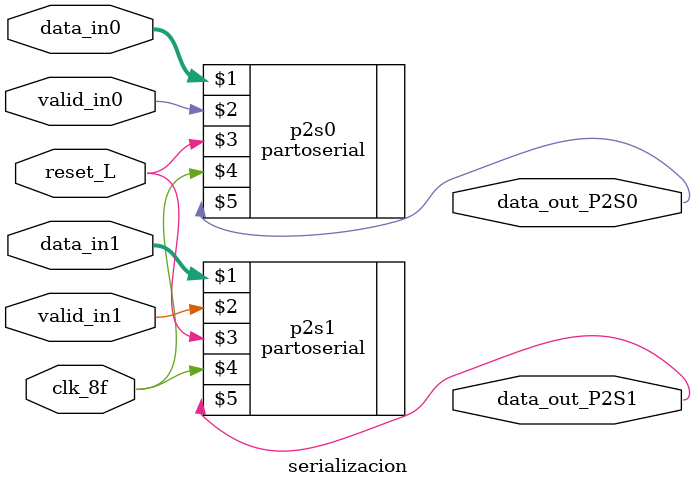
<source format=v>
`include "paraser.v"
module serializacion(
    //entradas
    input [7:0] data_in0,
    input [7:0] data_in1,
    input valid_in0,
    input valid_in1,
    input reset_L,
    input clk_8f,
    //salidas
    output wire data_out_P2S0,
    output wire data_out_P2S1
    );
    partoserial p2s0(data_in0,valid_in0,reset_L,clk_8f,data_out_P2S0);
    partoserial p2s1(data_in1,valid_in1,reset_L,clk_8f,data_out_P2S1);
endmodule
</source>
